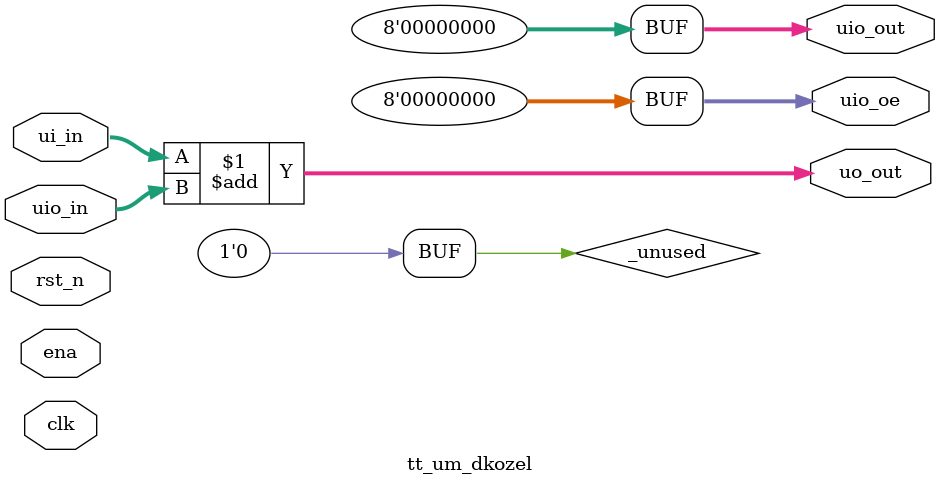
<source format=v>
/*
 * Copyright (c) 2024 Derek Kozel 
 * SPDX-License-Identifier: Apache-2.0
 */

`default_nettype none

module tt_um_dkozel (
    input  wire [7:0] ui_in,    // Dedicated inputs
    output wire [7:0] uo_out,   // Dedicated outputs
    input  wire [7:0] uio_in,   // IOs: Input path
    output wire [7:0] uio_out,  // IOs: Output path
    output wire [7:0] uio_oe,   // IOs: Enable path (active high: 0=input, 1=output)
    input  wire       ena,      // always 1 when the design is powered, so you can ignore it
    input  wire       clk,      // clock
    input  wire       rst_n     // reset_n - low to reset
);

  // All output pins must be assigned. If not used, assign to 0.
  assign uo_out  = ui_in + uio_in;  // Example: ou_out is the sum of ui_in and uio_in
  assign uio_out = 0;
  assign uio_oe  = 0;

  // List all unused inputs to prevent warnings
  wire _unused = &{ena, clk, rst_n, 1'b0};

endmodule

</source>
